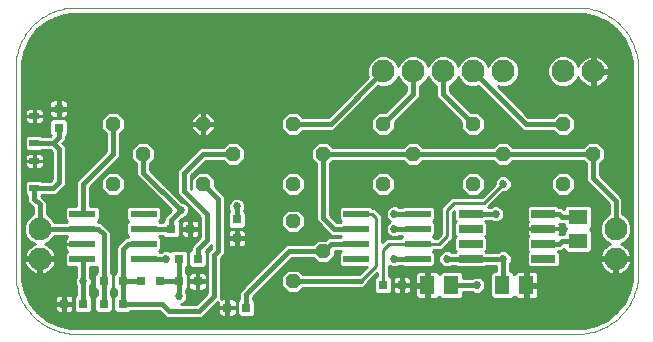
<source format=gtl>
G75*
%MOIN*%
%OFA0B0*%
%FSLAX24Y24*%
%IPPOS*%
%LPD*%
%AMOC8*
5,1,8,0,0,1.08239X$1,22.5*
%
%ADD10C,0.0000*%
%ADD11R,0.0866X0.0236*%
%ADD12R,0.0315X0.0315*%
%ADD13C,0.0760*%
%ADD14OC8,0.0480*%
%ADD15R,0.0327X0.0248*%
%ADD16R,0.0800X0.0260*%
%ADD17R,0.0630X0.0512*%
%ADD18R,0.0512X0.0630*%
%ADD19C,0.0160*%
%ADD20C,0.0100*%
%ADD21C,0.0270*%
D10*
X002150Y000150D02*
X018900Y000150D01*
X018987Y000152D01*
X019074Y000158D01*
X019161Y000167D01*
X019247Y000180D01*
X019333Y000197D01*
X019418Y000218D01*
X019501Y000243D01*
X019584Y000271D01*
X019665Y000302D01*
X019745Y000337D01*
X019823Y000376D01*
X019900Y000418D01*
X019975Y000463D01*
X020047Y000512D01*
X020118Y000563D01*
X020186Y000618D01*
X020251Y000675D01*
X020314Y000736D01*
X020375Y000799D01*
X020432Y000864D01*
X020487Y000932D01*
X020538Y001003D01*
X020587Y001075D01*
X020632Y001150D01*
X020674Y001227D01*
X020713Y001305D01*
X020748Y001385D01*
X020779Y001466D01*
X020807Y001549D01*
X020832Y001632D01*
X020853Y001717D01*
X020870Y001803D01*
X020883Y001889D01*
X020892Y001976D01*
X020898Y002063D01*
X020900Y002150D01*
X020900Y009025D01*
X020898Y009112D01*
X020892Y009199D01*
X020883Y009286D01*
X020870Y009372D01*
X020853Y009458D01*
X020832Y009543D01*
X020807Y009626D01*
X020779Y009709D01*
X020748Y009790D01*
X020713Y009870D01*
X020674Y009948D01*
X020632Y010025D01*
X020587Y010100D01*
X020538Y010172D01*
X020487Y010243D01*
X020432Y010311D01*
X020375Y010376D01*
X020314Y010439D01*
X020251Y010500D01*
X020186Y010557D01*
X020118Y010612D01*
X020047Y010663D01*
X019975Y010712D01*
X019900Y010757D01*
X019823Y010799D01*
X019745Y010838D01*
X019665Y010873D01*
X019584Y010904D01*
X019501Y010932D01*
X019418Y010957D01*
X019333Y010978D01*
X019247Y010995D01*
X019161Y011008D01*
X019074Y011017D01*
X018987Y011023D01*
X018900Y011025D01*
X002150Y011025D01*
X002063Y011023D01*
X001976Y011017D01*
X001889Y011008D01*
X001803Y010995D01*
X001717Y010978D01*
X001632Y010957D01*
X001549Y010932D01*
X001466Y010904D01*
X001385Y010873D01*
X001305Y010838D01*
X001227Y010799D01*
X001150Y010757D01*
X001075Y010712D01*
X001003Y010663D01*
X000932Y010612D01*
X000864Y010557D01*
X000799Y010500D01*
X000736Y010439D01*
X000675Y010376D01*
X000618Y010311D01*
X000563Y010243D01*
X000512Y010172D01*
X000463Y010100D01*
X000418Y010025D01*
X000376Y009948D01*
X000337Y009870D01*
X000302Y009790D01*
X000271Y009709D01*
X000243Y009626D01*
X000218Y009543D01*
X000197Y009458D01*
X000180Y009372D01*
X000167Y009286D01*
X000158Y009199D01*
X000152Y009112D01*
X000150Y009025D01*
X000150Y002150D01*
X000152Y002063D01*
X000158Y001976D01*
X000167Y001889D01*
X000180Y001803D01*
X000197Y001717D01*
X000218Y001632D01*
X000243Y001549D01*
X000271Y001466D01*
X000302Y001385D01*
X000337Y001305D01*
X000376Y001227D01*
X000418Y001150D01*
X000463Y001075D01*
X000512Y001003D01*
X000563Y000932D01*
X000618Y000864D01*
X000675Y000799D01*
X000736Y000736D01*
X000799Y000675D01*
X000864Y000618D01*
X000932Y000563D01*
X001003Y000512D01*
X001075Y000463D01*
X001150Y000418D01*
X001227Y000376D01*
X001305Y000337D01*
X001385Y000302D01*
X001466Y000271D01*
X001549Y000243D01*
X001632Y000218D01*
X001717Y000197D01*
X001803Y000180D01*
X001889Y000167D01*
X001976Y000158D01*
X002063Y000152D01*
X002150Y000150D01*
D11*
X002376Y002650D03*
X002376Y003150D03*
X002376Y003650D03*
X002376Y004150D03*
X004424Y004150D03*
X004424Y003650D03*
X004424Y003150D03*
X004424Y002650D03*
X011501Y002650D03*
X011501Y003150D03*
X011501Y003650D03*
X011501Y004150D03*
X013549Y004150D03*
X013549Y003650D03*
X013549Y003150D03*
X013549Y002650D03*
D12*
X013027Y001775D03*
X012398Y001775D03*
X007840Y001025D03*
X007210Y001025D03*
X006215Y001900D03*
X005585Y001900D03*
X004965Y001900D03*
X004335Y001900D03*
X003715Y001900D03*
X003085Y001900D03*
X003085Y001150D03*
X003715Y001150D03*
X002399Y001150D03*
X001769Y001150D03*
X005585Y002650D03*
X006215Y002650D03*
X007525Y003335D03*
X007525Y003965D03*
X005965Y003650D03*
X005335Y003650D03*
X001588Y007025D03*
X001588Y007655D03*
D13*
X000963Y003650D03*
X000963Y002650D03*
X012400Y008900D03*
X013400Y008900D03*
X014400Y008900D03*
X015400Y008900D03*
X016400Y008900D03*
X018400Y008900D03*
X019400Y008900D03*
X020150Y003650D03*
X020150Y002650D03*
D14*
X018400Y005150D03*
X019400Y006150D03*
X018400Y007150D03*
X016400Y006150D03*
X015400Y007150D03*
X013400Y006150D03*
X012400Y007150D03*
X010400Y006150D03*
X009400Y007150D03*
X007400Y006150D03*
X006400Y007150D03*
X004400Y006150D03*
X003400Y007150D03*
X003400Y005150D03*
X006400Y005150D03*
X009400Y005150D03*
X009400Y003900D03*
X010400Y002900D03*
X009400Y001900D03*
X012400Y005150D03*
X015400Y005150D03*
D15*
X000775Y005010D03*
X000775Y005915D03*
X000775Y006510D03*
X000775Y007415D03*
D16*
X015315Y004150D03*
X015315Y003650D03*
X015315Y003150D03*
X015315Y002650D03*
X017735Y002650D03*
X017735Y003150D03*
X017735Y003650D03*
X017735Y004150D03*
D17*
X018900Y004044D03*
X018900Y003256D03*
D18*
X017169Y001775D03*
X016381Y001775D03*
X014669Y001775D03*
X013881Y001775D03*
D19*
X014669Y001775D02*
X015525Y001775D01*
X016400Y001669D02*
X016400Y002650D01*
X015315Y002650D01*
X014525Y002650D01*
X013549Y002650D02*
X012775Y002650D01*
X011650Y001900D02*
X009400Y001900D01*
X009275Y002900D02*
X007840Y001465D01*
X007840Y001025D01*
X006775Y001400D02*
X006775Y002775D01*
X006900Y002900D01*
X006900Y004650D01*
X006400Y005150D01*
X005775Y004900D02*
X005775Y005525D01*
X006400Y006150D01*
X007400Y006150D01*
X009400Y007150D02*
X010650Y007150D01*
X012400Y008900D01*
X013400Y008900D02*
X013400Y008150D01*
X012400Y007150D01*
X013400Y006150D02*
X010400Y006150D01*
X010400Y004025D01*
X010775Y003650D01*
X011501Y003650D01*
X011501Y003150D02*
X010650Y003150D01*
X010400Y002900D01*
X009275Y002900D01*
X007525Y003965D02*
X007525Y004400D01*
X006525Y004150D02*
X005775Y004900D01*
X005650Y004275D02*
X004400Y005525D01*
X004400Y006150D01*
X003400Y006150D02*
X003400Y007150D01*
X003400Y006150D02*
X002400Y005150D01*
X002400Y004174D01*
X002376Y003650D02*
X000963Y003650D01*
X000963Y004463D01*
X000775Y004650D01*
X000775Y005010D01*
X001385Y005010D01*
X001588Y005213D01*
X001588Y006307D01*
X001385Y006510D01*
X001588Y006713D01*
X001588Y007025D01*
X001385Y006510D02*
X000775Y006510D01*
X005335Y003960D02*
X005650Y004275D01*
X005335Y003960D02*
X005335Y003650D01*
X004424Y003650D01*
X004424Y003150D02*
X003900Y003150D01*
X003715Y002965D01*
X003715Y001900D01*
X004335Y001900D01*
X003715Y001900D02*
X003715Y001150D01*
X005025Y001150D01*
X005275Y000900D01*
X006275Y000900D01*
X006775Y001400D01*
X005585Y001400D02*
X005585Y001900D01*
X005585Y002650D01*
X005150Y002650D02*
X004424Y002650D01*
X004965Y001900D02*
X005585Y001900D01*
X006215Y002650D02*
X006215Y002965D01*
X006525Y003275D01*
X006525Y004150D01*
X003085Y003465D02*
X002900Y003650D01*
X002376Y003650D01*
X003085Y003465D02*
X003085Y001900D01*
X003085Y001150D01*
X002400Y001151D02*
X002400Y001900D01*
X002400Y002650D01*
X012775Y003650D02*
X013549Y003650D01*
X013549Y004150D02*
X012775Y004150D01*
X015315Y004150D02*
X016150Y004150D01*
X017735Y004150D02*
X018275Y004150D01*
X018381Y004044D01*
X018900Y004044D01*
X020150Y003650D02*
X020150Y004588D01*
X019400Y005338D01*
X019400Y006150D01*
X016400Y006150D01*
X013400Y006150D01*
X014400Y008150D02*
X015400Y007150D01*
X017150Y007150D02*
X015400Y008900D01*
X014400Y008900D02*
X014400Y008150D01*
X017150Y007150D02*
X018400Y007150D01*
X018381Y003256D02*
X018275Y003150D01*
X017735Y003150D01*
X018381Y003256D02*
X018900Y003256D01*
D20*
X001192Y000626D02*
X000877Y000877D01*
X000626Y001192D01*
X000451Y001555D01*
X000361Y001948D01*
X000350Y002150D01*
X000350Y009025D01*
X000361Y009227D01*
X000451Y009620D01*
X000626Y009983D01*
X000877Y010298D01*
X001192Y010549D01*
X001555Y010724D01*
X001948Y010814D01*
X002150Y010825D01*
X018900Y010825D01*
X019102Y010814D01*
X019495Y010724D01*
X019858Y010549D01*
X020173Y010298D01*
X020424Y009983D01*
X020599Y009620D01*
X020689Y009227D01*
X020700Y009025D01*
X020700Y002150D01*
X020689Y001948D01*
X020599Y001555D01*
X020424Y001192D01*
X020173Y000877D01*
X019858Y000626D01*
X019495Y000451D01*
X019102Y000361D01*
X018900Y000350D01*
X002150Y000350D01*
X001948Y000361D01*
X001555Y000451D01*
X001192Y000626D01*
X001200Y000622D02*
X019850Y000622D01*
X019976Y000721D02*
X008063Y000721D01*
X008060Y000718D02*
X008147Y000805D01*
X008147Y001245D01*
X008070Y001322D01*
X008070Y001370D01*
X009370Y002670D01*
X010078Y002670D01*
X010238Y002510D01*
X010562Y002510D01*
X010790Y002738D01*
X010790Y002920D01*
X010968Y002920D01*
X010988Y002900D01*
X010918Y002830D01*
X010918Y002470D01*
X011006Y002382D01*
X011849Y002382D01*
X011597Y002130D01*
X009722Y002130D01*
X009562Y002290D01*
X009238Y002290D01*
X009010Y002062D01*
X009010Y001738D01*
X009238Y001510D01*
X009562Y001510D01*
X009722Y001670D01*
X011745Y001670D01*
X011880Y001805D01*
X011880Y001847D01*
X012198Y002165D01*
X012198Y002082D01*
X012178Y002082D01*
X012090Y001995D01*
X012090Y001555D01*
X012178Y001468D01*
X012617Y001468D01*
X012705Y001555D01*
X012705Y001995D01*
X012617Y002082D01*
X012598Y002082D01*
X012598Y002424D01*
X012614Y002408D01*
X012718Y002365D01*
X012832Y002365D01*
X012936Y002408D01*
X012948Y002420D01*
X013015Y002420D01*
X013053Y002382D01*
X014044Y002382D01*
X014132Y002470D01*
X014132Y002830D01*
X014062Y002900D01*
X014112Y002950D01*
X014358Y002950D01*
X014608Y003200D01*
X014725Y003317D01*
X014725Y004192D01*
X014765Y004232D01*
X014765Y003958D01*
X014823Y003900D01*
X014765Y003842D01*
X014765Y003458D01*
X014823Y003400D01*
X014765Y003342D01*
X014765Y002958D01*
X014823Y002900D01*
X014803Y002880D01*
X014698Y002880D01*
X014686Y002892D01*
X014582Y002935D01*
X014468Y002935D01*
X014364Y002892D01*
X014283Y002811D01*
X014240Y002707D01*
X014240Y002593D01*
X014283Y002489D01*
X014364Y002408D01*
X014468Y002365D01*
X014582Y002365D01*
X014686Y002408D01*
X014698Y002420D01*
X014803Y002420D01*
X014853Y002370D01*
X015777Y002370D01*
X015827Y002420D01*
X016170Y002420D01*
X016170Y002240D01*
X016063Y002240D01*
X015975Y002152D01*
X015975Y001398D01*
X016063Y001310D01*
X016699Y001310D01*
X016780Y001390D01*
X016793Y001368D01*
X016821Y001340D01*
X016855Y001320D01*
X016893Y001310D01*
X017119Y001310D01*
X017119Y001725D01*
X017219Y001725D01*
X017219Y001825D01*
X017575Y001825D01*
X017575Y002110D01*
X017564Y002148D01*
X017545Y002182D01*
X017517Y002210D01*
X017483Y002230D01*
X017444Y002240D01*
X017219Y002240D01*
X017219Y001825D01*
X017119Y001825D01*
X017119Y002240D01*
X016893Y002240D01*
X016855Y002230D01*
X016821Y002210D01*
X016793Y002182D01*
X016780Y002160D01*
X016699Y002240D01*
X016630Y002240D01*
X016630Y002477D01*
X016642Y002489D01*
X016685Y002593D01*
X016685Y002707D01*
X016642Y002811D01*
X016561Y002892D01*
X016457Y002935D01*
X016343Y002935D01*
X016239Y002892D01*
X016227Y002880D01*
X015827Y002880D01*
X015807Y002900D01*
X015865Y002958D01*
X015865Y003342D01*
X015807Y003400D01*
X015865Y003458D01*
X015865Y003842D01*
X015807Y003900D01*
X015827Y003920D01*
X015977Y003920D01*
X015989Y003908D01*
X016093Y003865D01*
X016207Y003865D01*
X016311Y003908D01*
X016392Y003989D01*
X016435Y004093D01*
X016435Y004207D01*
X016392Y004311D01*
X016311Y004392D01*
X016207Y004435D01*
X016093Y004435D01*
X015989Y004392D01*
X015977Y004380D01*
X015913Y004380D01*
X016398Y004865D01*
X016457Y004865D01*
X016561Y004908D01*
X016642Y004989D01*
X016685Y005093D01*
X016685Y005207D01*
X016642Y005311D01*
X016561Y005392D01*
X016457Y005435D01*
X016343Y005435D01*
X016239Y005392D01*
X016158Y005311D01*
X016115Y005207D01*
X016115Y005148D01*
X015692Y004725D01*
X014692Y004725D01*
X014575Y004608D01*
X014325Y004358D01*
X014325Y003483D01*
X014192Y003350D01*
X014112Y003350D01*
X014062Y003400D01*
X014132Y003470D01*
X014132Y003830D01*
X014062Y003900D01*
X014132Y003970D01*
X014132Y004330D01*
X014044Y004418D01*
X013053Y004418D01*
X013015Y004380D01*
X012948Y004380D01*
X012936Y004392D01*
X012832Y004435D01*
X012718Y004435D01*
X012614Y004392D01*
X012533Y004311D01*
X012490Y004207D01*
X012490Y004093D01*
X012533Y003989D01*
X012614Y003908D01*
X012634Y003900D01*
X012614Y003892D01*
X012533Y003811D01*
X012490Y003707D01*
X012490Y003593D01*
X012533Y003489D01*
X012614Y003408D01*
X012718Y003365D01*
X012832Y003365D01*
X012936Y003408D01*
X012948Y003420D01*
X013015Y003420D01*
X013035Y003400D01*
X012985Y003350D01*
X012505Y003350D01*
X012388Y003233D01*
X012350Y003195D01*
X012350Y004108D01*
X012225Y004233D01*
X012108Y004350D01*
X012065Y004350D01*
X011997Y004418D01*
X011006Y004418D01*
X010918Y004330D01*
X010918Y003970D01*
X010988Y003900D01*
X010968Y003880D01*
X010870Y003880D01*
X010630Y004120D01*
X010630Y005828D01*
X010722Y005920D01*
X013078Y005920D01*
X013238Y005760D01*
X013562Y005760D01*
X013722Y005920D01*
X016078Y005920D01*
X016238Y005760D01*
X016562Y005760D01*
X016722Y005920D01*
X019078Y005920D01*
X019170Y005828D01*
X019170Y005242D01*
X019305Y005108D01*
X019920Y004492D01*
X019920Y004128D01*
X019850Y004099D01*
X019701Y003950D01*
X019620Y003755D01*
X019620Y003545D01*
X019701Y003350D01*
X019850Y003201D01*
X019973Y003150D01*
X019947Y003141D01*
X019872Y003103D01*
X019805Y003054D01*
X019746Y002995D01*
X019697Y002928D01*
X019659Y002853D01*
X019633Y002774D01*
X019621Y002700D01*
X020100Y002700D01*
X020100Y002600D01*
X020200Y002600D01*
X020200Y002700D01*
X020679Y002700D01*
X020667Y002774D01*
X020641Y002853D01*
X020603Y002928D01*
X020554Y002995D01*
X020495Y003054D01*
X020428Y003103D01*
X020353Y003141D01*
X020327Y003150D01*
X020450Y003201D01*
X020599Y003350D01*
X020680Y003545D01*
X020680Y003755D01*
X020599Y003950D01*
X020450Y004099D01*
X020380Y004128D01*
X020380Y004683D01*
X019630Y005433D01*
X019630Y005828D01*
X019790Y005988D01*
X019790Y006312D01*
X019562Y006540D01*
X019238Y006540D01*
X019078Y006380D01*
X016722Y006380D01*
X016562Y006540D01*
X016238Y006540D01*
X016078Y006380D01*
X013722Y006380D01*
X013562Y006540D01*
X013238Y006540D01*
X013078Y006380D01*
X010722Y006380D01*
X010562Y006540D01*
X010238Y006540D01*
X010010Y006312D01*
X010010Y005988D01*
X010170Y005828D01*
X010170Y003930D01*
X010305Y003795D01*
X010680Y003420D01*
X010968Y003420D01*
X010988Y003400D01*
X010968Y003380D01*
X010555Y003380D01*
X010465Y003290D01*
X010238Y003290D01*
X010078Y003130D01*
X009180Y003130D01*
X009045Y002995D01*
X007610Y001560D01*
X007610Y001322D01*
X007532Y001245D01*
X007532Y000805D01*
X007620Y000718D01*
X008060Y000718D01*
X008147Y000819D02*
X020100Y000819D01*
X020205Y000918D02*
X008147Y000918D01*
X008147Y001016D02*
X020284Y001016D01*
X020362Y001115D02*
X008147Y001115D01*
X008147Y001213D02*
X020434Y001213D01*
X020482Y001312D02*
X017450Y001312D01*
X017444Y001310D02*
X017483Y001320D01*
X017517Y001340D01*
X017545Y001368D01*
X017564Y001402D01*
X017575Y001440D01*
X017575Y001725D01*
X017219Y001725D01*
X017219Y001310D01*
X017444Y001310D01*
X017566Y001410D02*
X020529Y001410D01*
X020576Y001509D02*
X017575Y001509D01*
X017575Y001607D02*
X020611Y001607D01*
X020633Y001706D02*
X017575Y001706D01*
X017575Y001903D02*
X020678Y001903D01*
X020692Y002001D02*
X017575Y002001D01*
X017575Y002100D02*
X020697Y002100D01*
X020700Y002198D02*
X020430Y002198D01*
X020428Y002197D02*
X020495Y002246D01*
X020554Y002305D01*
X020603Y002372D01*
X020641Y002447D01*
X020667Y002526D01*
X020679Y002600D01*
X020200Y002600D01*
X020200Y002121D01*
X020274Y002133D01*
X020353Y002159D01*
X020428Y002197D01*
X020546Y002297D02*
X020700Y002297D01*
X020700Y002395D02*
X020615Y002395D01*
X020656Y002494D02*
X020700Y002494D01*
X020700Y002592D02*
X020677Y002592D01*
X020700Y002691D02*
X020200Y002691D01*
X020200Y002592D02*
X020100Y002592D01*
X020100Y002600D02*
X020100Y002121D01*
X020026Y002133D01*
X019947Y002159D01*
X019872Y002197D01*
X019805Y002246D01*
X019746Y002305D01*
X019697Y002372D01*
X019659Y002447D01*
X019633Y002526D01*
X019621Y002600D01*
X020100Y002600D01*
X020100Y002691D02*
X018285Y002691D01*
X018285Y002789D02*
X019638Y002789D01*
X019676Y002888D02*
X019314Y002888D01*
X019277Y002850D02*
X019365Y002938D01*
X019365Y003574D01*
X019289Y003650D01*
X019365Y003726D01*
X019365Y004362D01*
X019277Y004450D01*
X018523Y004450D01*
X018435Y004362D01*
X018435Y004315D01*
X018370Y004380D01*
X018247Y004380D01*
X018197Y004430D01*
X017273Y004430D01*
X017185Y004342D01*
X017185Y003958D01*
X017243Y003900D01*
X017215Y003872D01*
X017195Y003838D01*
X017185Y003800D01*
X017185Y003665D01*
X017720Y003665D01*
X017720Y003635D01*
X017185Y003635D01*
X017185Y003500D01*
X017195Y003462D01*
X017215Y003428D01*
X017243Y003400D01*
X017185Y003342D01*
X017185Y002958D01*
X017243Y002900D01*
X017185Y002842D01*
X017185Y002458D01*
X017273Y002370D01*
X018197Y002370D01*
X018285Y002458D01*
X018285Y002842D01*
X018227Y002900D01*
X018247Y002920D01*
X018370Y002920D01*
X018435Y002985D01*
X018435Y002938D01*
X018523Y002850D01*
X019277Y002850D01*
X019365Y002986D02*
X019739Y002986D01*
X019846Y003085D02*
X019365Y003085D01*
X019365Y003183D02*
X019892Y003183D01*
X019769Y003282D02*
X019365Y003282D01*
X019365Y003380D02*
X019688Y003380D01*
X019647Y003479D02*
X019365Y003479D01*
X019362Y003577D02*
X019620Y003577D01*
X019620Y003676D02*
X019315Y003676D01*
X019365Y003774D02*
X019628Y003774D01*
X019669Y003873D02*
X019365Y003873D01*
X019365Y003971D02*
X019722Y003971D01*
X019820Y004070D02*
X019365Y004070D01*
X019365Y004168D02*
X019920Y004168D01*
X019920Y004267D02*
X019365Y004267D01*
X019362Y004365D02*
X019920Y004365D01*
X019920Y004464D02*
X015996Y004464D01*
X016095Y004562D02*
X019850Y004562D01*
X019752Y004661D02*
X016193Y004661D01*
X016292Y004759D02*
X019653Y004759D01*
X019555Y004858D02*
X018659Y004858D01*
X018562Y004760D02*
X018790Y004988D01*
X018790Y005312D01*
X018562Y005540D01*
X018238Y005540D01*
X018010Y005312D01*
X018010Y004988D01*
X018238Y004760D01*
X018562Y004760D01*
X018758Y004956D02*
X019456Y004956D01*
X019358Y005055D02*
X018790Y005055D01*
X018790Y005153D02*
X019259Y005153D01*
X019170Y005252D02*
X018790Y005252D01*
X018751Y005350D02*
X019170Y005350D01*
X019170Y005449D02*
X018653Y005449D01*
X018147Y005449D02*
X015653Y005449D01*
X015562Y005540D02*
X015238Y005540D01*
X015010Y005312D01*
X015010Y004988D01*
X015238Y004760D01*
X015562Y004760D01*
X015790Y004988D01*
X015790Y005312D01*
X015562Y005540D01*
X015751Y005350D02*
X016197Y005350D01*
X016134Y005252D02*
X015790Y005252D01*
X015790Y005153D02*
X016115Y005153D01*
X016022Y005055D02*
X015790Y005055D01*
X015758Y004956D02*
X015923Y004956D01*
X015825Y004858D02*
X015659Y004858D01*
X015726Y004759D02*
X010630Y004759D01*
X010630Y004661D02*
X014628Y004661D01*
X014529Y004562D02*
X010630Y004562D01*
X010630Y004464D02*
X014431Y004464D01*
X014332Y004365D02*
X014097Y004365D01*
X014132Y004267D02*
X014325Y004267D01*
X014325Y004168D02*
X014132Y004168D01*
X014132Y004070D02*
X014325Y004070D01*
X014325Y003971D02*
X014132Y003971D01*
X014089Y003873D02*
X014325Y003873D01*
X014325Y003774D02*
X014132Y003774D01*
X014132Y003676D02*
X014325Y003676D01*
X014325Y003577D02*
X014132Y003577D01*
X014132Y003479D02*
X014321Y003479D01*
X014222Y003380D02*
X014082Y003380D01*
X014275Y003150D02*
X013549Y003150D01*
X012588Y003150D01*
X012398Y002960D01*
X012398Y001775D01*
X012090Y001804D02*
X011879Y001804D01*
X011935Y001903D02*
X012090Y001903D01*
X012096Y002001D02*
X012034Y002001D01*
X012132Y002100D02*
X012198Y002100D01*
X012150Y002400D02*
X011650Y001900D01*
X011781Y001706D02*
X012090Y001706D01*
X012090Y001607D02*
X009659Y001607D01*
X009141Y001607D02*
X008307Y001607D01*
X008209Y001509D02*
X012137Y001509D01*
X012658Y001509D02*
X012767Y001509D01*
X012778Y001497D02*
X012812Y001478D01*
X012850Y001468D01*
X012999Y001468D01*
X012999Y001746D01*
X013056Y001746D01*
X013056Y001468D01*
X013205Y001468D01*
X013243Y001478D01*
X013277Y001497D01*
X013305Y001525D01*
X013325Y001560D01*
X013335Y001598D01*
X013335Y001746D01*
X013056Y001746D01*
X013056Y001804D01*
X012999Y001804D01*
X012999Y002082D01*
X012850Y002082D01*
X012812Y002072D01*
X012778Y002053D01*
X012750Y002025D01*
X012730Y001990D01*
X012720Y001952D01*
X012720Y001804D01*
X012705Y001804D01*
X012720Y001804D02*
X012999Y001804D01*
X013056Y001804D01*
X013056Y002082D01*
X013205Y002082D01*
X013243Y002072D01*
X013277Y002053D01*
X013305Y002025D01*
X013325Y001990D01*
X013335Y001952D01*
X013335Y001804D01*
X013831Y001804D01*
X013831Y001825D02*
X013831Y001725D01*
X013475Y001725D01*
X013475Y001440D01*
X013486Y001402D01*
X013505Y001368D01*
X013533Y001340D01*
X013567Y001320D01*
X013606Y001310D01*
X013831Y001310D01*
X013831Y001725D01*
X013931Y001725D01*
X013931Y001310D01*
X014157Y001310D01*
X014195Y001320D01*
X014229Y001340D01*
X014257Y001368D01*
X014270Y001390D01*
X014351Y001310D01*
X014987Y001310D01*
X015075Y001398D01*
X015075Y001545D01*
X015352Y001545D01*
X015364Y001533D01*
X015468Y001490D01*
X015582Y001490D01*
X015686Y001533D01*
X015767Y001614D01*
X015810Y001718D01*
X015810Y001832D01*
X015767Y001936D01*
X015686Y002017D01*
X015582Y002060D01*
X015468Y002060D01*
X015364Y002017D01*
X015352Y002005D01*
X015075Y002005D01*
X015075Y002152D01*
X014987Y002240D01*
X014351Y002240D01*
X014270Y002160D01*
X014257Y002182D01*
X014229Y002210D01*
X014195Y002230D01*
X014157Y002240D01*
X013931Y002240D01*
X013931Y001825D01*
X013831Y001825D01*
X013475Y001825D01*
X013475Y002110D01*
X013486Y002148D01*
X013505Y002182D01*
X013533Y002210D01*
X013567Y002230D01*
X013606Y002240D01*
X013831Y002240D01*
X013831Y001825D01*
X013831Y001903D02*
X013931Y001903D01*
X013931Y002001D02*
X013831Y002001D01*
X013831Y002100D02*
X013931Y002100D01*
X013931Y002198D02*
X013831Y002198D01*
X013521Y002198D02*
X012598Y002198D01*
X012598Y002100D02*
X013475Y002100D01*
X013475Y002001D02*
X013319Y002001D01*
X013335Y001903D02*
X013475Y001903D01*
X013335Y001804D02*
X013056Y001804D01*
X012999Y001804D02*
X012999Y001746D01*
X012720Y001746D01*
X012720Y001598D01*
X012730Y001560D01*
X012750Y001525D01*
X012778Y001497D01*
X012720Y001607D02*
X012705Y001607D01*
X012705Y001706D02*
X012720Y001706D01*
X012999Y001706D02*
X013056Y001706D01*
X013056Y001607D02*
X012999Y001607D01*
X012999Y001509D02*
X013056Y001509D01*
X013288Y001509D02*
X013475Y001509D01*
X013475Y001607D02*
X013335Y001607D01*
X013335Y001706D02*
X013475Y001706D01*
X013831Y001706D02*
X013931Y001706D01*
X013931Y001607D02*
X013831Y001607D01*
X013831Y001509D02*
X013931Y001509D01*
X013931Y001410D02*
X013831Y001410D01*
X013831Y001312D02*
X013931Y001312D01*
X014163Y001312D02*
X014349Y001312D01*
X014988Y001312D02*
X016062Y001312D01*
X015975Y001410D02*
X015075Y001410D01*
X015075Y001509D02*
X015424Y001509D01*
X015626Y001509D02*
X015975Y001509D01*
X015975Y001607D02*
X015760Y001607D01*
X015805Y001706D02*
X015975Y001706D01*
X015975Y001804D02*
X015810Y001804D01*
X015781Y001903D02*
X015975Y001903D01*
X015975Y002001D02*
X015702Y002001D01*
X015975Y002100D02*
X015075Y002100D01*
X015029Y002198D02*
X016021Y002198D01*
X016170Y002297D02*
X012598Y002297D01*
X012598Y002395D02*
X012646Y002395D01*
X012904Y002395D02*
X013040Y002395D01*
X013056Y002001D02*
X012999Y002001D01*
X012999Y001903D02*
X013056Y001903D01*
X012736Y002001D02*
X012699Y002001D01*
X012705Y001903D02*
X012720Y001903D01*
X012150Y002400D02*
X012150Y004025D01*
X012025Y004150D01*
X011501Y004150D01*
X010953Y004365D02*
X010630Y004365D01*
X010630Y004267D02*
X010918Y004267D01*
X010918Y004168D02*
X010630Y004168D01*
X010681Y004070D02*
X010918Y004070D01*
X010918Y003971D02*
X010779Y003971D01*
X010326Y003774D02*
X009790Y003774D01*
X009790Y003738D02*
X009562Y003510D01*
X009238Y003510D01*
X009010Y003738D01*
X009010Y004062D01*
X009238Y004290D01*
X009562Y004290D01*
X009790Y004062D01*
X009790Y003738D01*
X009727Y003676D02*
X010424Y003676D01*
X010523Y003577D02*
X009629Y003577D01*
X009790Y003873D02*
X010227Y003873D01*
X010170Y003971D02*
X009790Y003971D01*
X009782Y004070D02*
X010170Y004070D01*
X010170Y004168D02*
X009683Y004168D01*
X009585Y004267D02*
X010170Y004267D01*
X010170Y004365D02*
X007810Y004365D01*
X007810Y004343D02*
X007810Y004457D01*
X007767Y004561D01*
X007686Y004642D01*
X007582Y004685D01*
X007468Y004685D01*
X007364Y004642D01*
X007283Y004561D01*
X007240Y004457D01*
X007240Y004343D01*
X007280Y004247D01*
X007218Y004185D01*
X007218Y003745D01*
X007305Y003657D01*
X007745Y003657D01*
X007832Y003745D01*
X007832Y004185D01*
X007770Y004247D01*
X007810Y004343D01*
X007778Y004267D02*
X009215Y004267D01*
X009117Y004168D02*
X007832Y004168D01*
X007832Y004070D02*
X009018Y004070D01*
X009010Y003971D02*
X007832Y003971D01*
X007832Y003873D02*
X009010Y003873D01*
X009010Y003774D02*
X007832Y003774D01*
X007763Y003676D02*
X009073Y003676D01*
X009171Y003577D02*
X007807Y003577D01*
X007803Y003585D02*
X007775Y003613D01*
X007740Y003632D01*
X007702Y003643D01*
X007554Y003643D01*
X007554Y003364D01*
X007496Y003364D01*
X007496Y003643D01*
X007348Y003643D01*
X007310Y003632D01*
X007275Y003613D01*
X007247Y003585D01*
X007228Y003550D01*
X007218Y003512D01*
X007218Y003364D01*
X007496Y003364D01*
X007496Y003306D01*
X007554Y003306D01*
X007554Y003364D01*
X007832Y003364D01*
X007832Y003512D01*
X007822Y003550D01*
X007803Y003585D01*
X007832Y003479D02*
X010621Y003479D01*
X010968Y003380D02*
X007832Y003380D01*
X007832Y003306D02*
X007554Y003306D01*
X007554Y003028D01*
X007702Y003028D01*
X007740Y003038D01*
X007775Y003058D01*
X007803Y003085D01*
X007822Y003120D01*
X007832Y003158D01*
X007832Y003306D01*
X007832Y003282D02*
X010230Y003282D01*
X010132Y003183D02*
X007832Y003183D01*
X007802Y003085D02*
X009134Y003085D01*
X009036Y002986D02*
X007130Y002986D01*
X007130Y002888D02*
X008937Y002888D01*
X008839Y002789D02*
X007114Y002789D01*
X007130Y002805D02*
X007005Y002680D01*
X007005Y001325D01*
X007033Y001332D01*
X007181Y001332D01*
X007181Y001054D01*
X007239Y001054D01*
X007239Y001332D01*
X007387Y001332D01*
X007425Y001322D01*
X007460Y001303D01*
X007488Y001275D01*
X007507Y001240D01*
X007518Y001202D01*
X007518Y001054D01*
X007239Y001054D01*
X007239Y000996D01*
X007518Y000996D01*
X007518Y000848D01*
X007507Y000810D01*
X007488Y000775D01*
X007460Y000747D01*
X007425Y000728D01*
X007387Y000718D01*
X007239Y000718D01*
X007239Y000996D01*
X007181Y000996D01*
X007181Y000718D01*
X007033Y000718D01*
X006995Y000728D01*
X006960Y000747D01*
X006933Y000775D01*
X006913Y000810D01*
X006903Y000848D01*
X006903Y000996D01*
X007181Y000996D01*
X007181Y001054D01*
X006903Y001054D01*
X006903Y001202D01*
X006903Y001202D01*
X006870Y001170D01*
X006370Y000670D01*
X005180Y000670D01*
X004930Y000920D01*
X004012Y000920D01*
X003935Y000843D01*
X003495Y000843D01*
X003407Y000930D01*
X003407Y001370D01*
X003485Y001447D01*
X003485Y001603D01*
X003407Y001680D01*
X003407Y002120D01*
X003485Y002197D01*
X003485Y003060D01*
X003805Y003380D01*
X003890Y003380D01*
X003910Y003400D01*
X003841Y003470D01*
X003841Y003830D01*
X003910Y003900D01*
X003841Y003970D01*
X003841Y004330D01*
X003928Y004418D01*
X004919Y004418D01*
X005007Y004330D01*
X005007Y003970D01*
X004937Y003900D01*
X004957Y003880D01*
X005038Y003880D01*
X005105Y003947D01*
X005105Y004055D01*
X005325Y004275D01*
X004170Y005430D01*
X004170Y005828D01*
X004010Y005988D01*
X004010Y006312D01*
X004238Y006540D01*
X004562Y006540D01*
X004790Y006312D01*
X004790Y005988D01*
X004630Y005828D01*
X004630Y005620D01*
X005690Y004560D01*
X005707Y004560D01*
X005811Y004517D01*
X005892Y004436D01*
X005935Y004332D01*
X005935Y004218D01*
X005892Y004114D01*
X005811Y004033D01*
X005707Y003990D01*
X005690Y003990D01*
X005606Y003906D01*
X005643Y003870D01*
X005643Y003430D01*
X005555Y003343D01*
X005115Y003343D01*
X005038Y003420D01*
X004957Y003420D01*
X004937Y003400D01*
X005007Y003330D01*
X005007Y002970D01*
X004937Y002900D01*
X004957Y002880D01*
X004977Y002880D01*
X004989Y002892D01*
X005093Y002935D01*
X005207Y002935D01*
X005303Y002895D01*
X005365Y002957D01*
X005805Y002957D01*
X005893Y002870D01*
X005893Y002430D01*
X005815Y002353D01*
X005815Y002197D01*
X005893Y002120D01*
X005893Y001680D01*
X005815Y001603D01*
X005815Y001573D01*
X005827Y001561D01*
X005870Y001457D01*
X005870Y001343D01*
X005827Y001239D01*
X005746Y001158D01*
X005678Y001130D01*
X006180Y001130D01*
X006545Y001495D01*
X006545Y002870D01*
X006670Y002995D01*
X006670Y003095D01*
X006620Y003045D01*
X006484Y002908D01*
X006522Y002870D01*
X006522Y002430D01*
X006435Y002343D01*
X005995Y002343D01*
X005907Y002430D01*
X005907Y002870D01*
X005985Y002947D01*
X005985Y003060D01*
X006295Y003370D01*
X006295Y004055D01*
X005680Y004670D01*
X005545Y004805D01*
X005545Y005620D01*
X006170Y006245D01*
X006305Y006380D01*
X007078Y006380D01*
X007238Y006540D01*
X007562Y006540D01*
X007790Y006312D01*
X007790Y005988D01*
X007562Y005760D01*
X007238Y005760D01*
X007078Y005920D01*
X006495Y005920D01*
X006005Y005430D01*
X006005Y004995D01*
X006010Y004990D01*
X006010Y005312D01*
X006238Y005540D01*
X006562Y005540D01*
X006790Y005312D01*
X006790Y005085D01*
X007130Y004745D01*
X007130Y002805D01*
X007016Y002691D02*
X008740Y002691D01*
X008642Y002592D02*
X007005Y002592D01*
X007005Y002494D02*
X008543Y002494D01*
X008445Y002395D02*
X007005Y002395D01*
X007005Y002297D02*
X008346Y002297D01*
X008248Y002198D02*
X007005Y002198D01*
X007005Y002100D02*
X008149Y002100D01*
X008051Y002001D02*
X007005Y002001D01*
X007005Y001903D02*
X007952Y001903D01*
X007854Y001804D02*
X007005Y001804D01*
X007005Y001706D02*
X007755Y001706D01*
X007657Y001607D02*
X007005Y001607D01*
X007005Y001509D02*
X007610Y001509D01*
X007610Y001410D02*
X007005Y001410D01*
X007181Y001312D02*
X007239Y001312D01*
X007239Y001213D02*
X007181Y001213D01*
X007181Y001115D02*
X007239Y001115D01*
X007239Y001016D02*
X007532Y001016D01*
X007518Y000918D02*
X007532Y000918D01*
X007532Y000819D02*
X007510Y000819D01*
X007617Y000721D02*
X007399Y000721D01*
X007239Y000721D02*
X007181Y000721D01*
X007181Y000819D02*
X007239Y000819D01*
X007239Y000918D02*
X007181Y000918D01*
X007181Y001016D02*
X006716Y001016D01*
X006618Y000918D02*
X006903Y000918D01*
X006910Y000819D02*
X006519Y000819D01*
X006421Y000721D02*
X007022Y000721D01*
X006903Y001115D02*
X006815Y001115D01*
X006361Y001312D02*
X005857Y001312D01*
X005870Y001410D02*
X006460Y001410D01*
X006545Y001509D02*
X005849Y001509D01*
X005819Y001607D02*
X005992Y001607D01*
X006000Y001603D02*
X006038Y001593D01*
X006186Y001593D01*
X006186Y001871D01*
X006244Y001871D01*
X006244Y001929D01*
X006522Y001929D01*
X006522Y002077D01*
X006512Y002115D01*
X006492Y002150D01*
X006465Y002178D01*
X006430Y002197D01*
X006392Y002207D01*
X006244Y002207D01*
X006244Y001929D01*
X006186Y001929D01*
X006186Y002207D01*
X006038Y002207D01*
X006000Y002197D01*
X005965Y002178D01*
X005937Y002150D01*
X005918Y002115D01*
X005907Y002077D01*
X005907Y001929D01*
X006186Y001929D01*
X006186Y001871D01*
X005907Y001871D01*
X005907Y001723D01*
X005918Y001685D01*
X005937Y001650D01*
X005965Y001622D01*
X006000Y001603D01*
X005912Y001706D02*
X005893Y001706D01*
X005893Y001804D02*
X005907Y001804D01*
X005893Y001903D02*
X006186Y001903D01*
X006244Y001903D02*
X006545Y001903D01*
X006522Y001871D02*
X006244Y001871D01*
X006244Y001593D01*
X006392Y001593D01*
X006430Y001603D01*
X006465Y001622D01*
X006492Y001650D01*
X006512Y001685D01*
X006522Y001723D01*
X006522Y001871D01*
X006522Y001804D02*
X006545Y001804D01*
X006545Y001706D02*
X006518Y001706D01*
X006545Y001607D02*
X006438Y001607D01*
X006244Y001607D02*
X006186Y001607D01*
X006186Y001706D02*
X006244Y001706D01*
X006244Y001804D02*
X006186Y001804D01*
X006186Y002001D02*
X006244Y002001D01*
X006244Y002100D02*
X006186Y002100D01*
X006186Y002198D02*
X006244Y002198D01*
X006427Y002198D02*
X006545Y002198D01*
X006545Y002100D02*
X006516Y002100D01*
X006522Y002001D02*
X006545Y002001D01*
X006545Y002297D02*
X005815Y002297D01*
X005815Y002198D02*
X006003Y002198D01*
X005913Y002100D02*
X005893Y002100D01*
X005893Y002001D02*
X005907Y002001D01*
X005943Y002395D02*
X005857Y002395D01*
X005893Y002494D02*
X005907Y002494D01*
X005893Y002592D02*
X005907Y002592D01*
X005893Y002691D02*
X005907Y002691D01*
X005893Y002789D02*
X005907Y002789D01*
X005925Y002888D02*
X005875Y002888D01*
X005985Y002986D02*
X005007Y002986D01*
X005007Y003085D02*
X006009Y003085D01*
X006108Y003183D02*
X005007Y003183D01*
X005007Y003282D02*
X006206Y003282D01*
X006180Y003353D02*
X006142Y003343D01*
X005994Y003343D01*
X005994Y003621D01*
X005994Y003679D01*
X005936Y003679D01*
X005936Y003957D01*
X005788Y003957D01*
X005750Y003947D01*
X005715Y003928D01*
X005687Y003900D01*
X005668Y003865D01*
X005657Y003827D01*
X005657Y003679D01*
X005936Y003679D01*
X005936Y003621D01*
X005657Y003621D01*
X005657Y003473D01*
X005668Y003435D01*
X005687Y003400D01*
X005715Y003372D01*
X005750Y003353D01*
X005788Y003343D01*
X005936Y003343D01*
X005936Y003621D01*
X005994Y003621D01*
X006272Y003621D01*
X006272Y003473D01*
X006262Y003435D01*
X006242Y003400D01*
X006215Y003372D01*
X006180Y003353D01*
X006222Y003380D02*
X006295Y003380D01*
X006295Y003479D02*
X006272Y003479D01*
X006272Y003577D02*
X006295Y003577D01*
X006295Y003676D02*
X005994Y003676D01*
X005994Y003679D02*
X006272Y003679D01*
X006272Y003827D01*
X006262Y003865D01*
X006242Y003900D01*
X006215Y003928D01*
X006180Y003947D01*
X006142Y003957D01*
X005994Y003957D01*
X005994Y003679D01*
X005936Y003676D02*
X005643Y003676D01*
X005643Y003774D02*
X005657Y003774D01*
X005640Y003873D02*
X005672Y003873D01*
X005671Y003971D02*
X006295Y003971D01*
X006295Y003873D02*
X006258Y003873D01*
X006272Y003774D02*
X006295Y003774D01*
X005994Y003774D02*
X005936Y003774D01*
X005936Y003873D02*
X005994Y003873D01*
X005848Y004070D02*
X006280Y004070D01*
X006182Y004168D02*
X005914Y004168D01*
X005935Y004267D02*
X006083Y004267D01*
X005985Y004365D02*
X005921Y004365D01*
X005886Y004464D02*
X005865Y004464D01*
X005788Y004562D02*
X005688Y004562D01*
X005689Y004661D02*
X005590Y004661D01*
X005591Y004759D02*
X005491Y004759D01*
X005545Y004858D02*
X005393Y004858D01*
X005294Y004956D02*
X005545Y004956D01*
X005545Y005055D02*
X005196Y005055D01*
X005097Y005153D02*
X005545Y005153D01*
X005545Y005252D02*
X004999Y005252D01*
X004900Y005350D02*
X005545Y005350D01*
X005545Y005449D02*
X004802Y005449D01*
X004703Y005547D02*
X005545Y005547D01*
X005570Y005646D02*
X004630Y005646D01*
X004630Y005744D02*
X005669Y005744D01*
X005767Y005843D02*
X004644Y005843D01*
X004743Y005941D02*
X005866Y005941D01*
X005964Y006040D02*
X004790Y006040D01*
X004790Y006138D02*
X006063Y006138D01*
X006161Y006237D02*
X004790Y006237D01*
X004766Y006335D02*
X006260Y006335D01*
X006238Y006760D02*
X006010Y006988D01*
X006010Y007120D01*
X006370Y007120D01*
X006370Y007180D01*
X006370Y007540D01*
X006238Y007540D01*
X006010Y007312D01*
X006010Y007180D01*
X006370Y007180D01*
X006430Y007180D01*
X006430Y007540D01*
X006562Y007540D01*
X006790Y007312D01*
X006790Y007180D01*
X006430Y007180D01*
X006430Y007120D01*
X006790Y007120D01*
X006790Y006988D01*
X006562Y006760D01*
X006430Y006760D01*
X006430Y007120D01*
X006370Y007120D01*
X006370Y006760D01*
X006238Y006760D01*
X006171Y006828D02*
X003630Y006828D01*
X003790Y006988D01*
X003790Y007312D01*
X003562Y007540D01*
X003238Y007540D01*
X003010Y007312D01*
X003010Y006988D01*
X003170Y006828D01*
X001895Y006828D01*
X001895Y006805D02*
X001817Y006728D01*
X001817Y006617D01*
X001710Y006510D01*
X001817Y006402D01*
X001817Y005117D01*
X001683Y004983D01*
X001615Y004914D01*
X001480Y004780D01*
X001045Y004780D01*
X001008Y004743D01*
X001058Y004692D01*
X001192Y004558D01*
X001192Y004128D01*
X001263Y004099D01*
X001412Y003950D01*
X001441Y003880D01*
X001843Y003880D01*
X001863Y003900D01*
X001793Y003970D01*
X001793Y004330D01*
X001881Y004418D01*
X002170Y004418D01*
X002170Y005245D01*
X003170Y006245D01*
X003170Y006828D01*
X003170Y006729D02*
X001819Y006729D01*
X001817Y006631D02*
X003170Y006631D01*
X003170Y006532D02*
X001732Y006532D01*
X001786Y006434D02*
X003170Y006434D01*
X003170Y006335D02*
X001817Y006335D01*
X001817Y006237D02*
X003161Y006237D01*
X003063Y006138D02*
X001817Y006138D01*
X001817Y006040D02*
X002964Y006040D01*
X002866Y005941D02*
X001817Y005941D01*
X001817Y005843D02*
X002767Y005843D01*
X002669Y005744D02*
X001817Y005744D01*
X001817Y005646D02*
X002570Y005646D01*
X002472Y005547D02*
X001817Y005547D01*
X001817Y005449D02*
X002373Y005449D01*
X002275Y005350D02*
X001817Y005350D01*
X001817Y005252D02*
X002176Y005252D01*
X002170Y005153D02*
X001817Y005153D01*
X001755Y005055D02*
X002170Y005055D01*
X002170Y004956D02*
X001656Y004956D01*
X001558Y004858D02*
X002170Y004858D01*
X002170Y004759D02*
X001024Y004759D01*
X001090Y004661D02*
X002170Y004661D01*
X002170Y004562D02*
X001188Y004562D01*
X001192Y004464D02*
X002170Y004464D01*
X001828Y004365D02*
X001192Y004365D01*
X001192Y004267D02*
X001793Y004267D01*
X001793Y004168D02*
X001192Y004168D01*
X001292Y004070D02*
X001793Y004070D01*
X001793Y003971D02*
X001391Y003971D01*
X000733Y004128D02*
X000662Y004099D01*
X000513Y003950D01*
X000433Y003755D01*
X000433Y003545D01*
X000513Y003350D01*
X000662Y003201D01*
X000785Y003150D01*
X000759Y003141D01*
X000685Y003103D01*
X000617Y003054D01*
X000558Y002995D01*
X000509Y002928D01*
X000471Y002853D01*
X000446Y002774D01*
X000434Y002700D01*
X000912Y002700D01*
X000912Y002600D01*
X000434Y002600D01*
X000446Y002526D01*
X000471Y002447D01*
X000509Y002372D01*
X000558Y002305D01*
X000617Y002246D01*
X000685Y002197D01*
X000759Y002159D01*
X000838Y002133D01*
X000913Y002121D01*
X000913Y002600D01*
X001012Y002600D01*
X001012Y002121D01*
X001087Y002133D01*
X001166Y002159D01*
X001240Y002197D01*
X001308Y002246D01*
X001367Y002305D01*
X001416Y002372D01*
X001454Y002447D01*
X001479Y002526D01*
X001491Y002600D01*
X001013Y002600D01*
X001013Y002700D01*
X001491Y002700D01*
X001479Y002774D01*
X001454Y002853D01*
X001416Y002928D01*
X001367Y002995D01*
X001308Y003054D01*
X001240Y003103D01*
X001166Y003141D01*
X001140Y003150D01*
X001263Y003201D01*
X001412Y003350D01*
X001441Y003420D01*
X001843Y003420D01*
X001866Y003397D01*
X001851Y003388D01*
X001823Y003360D01*
X001804Y003326D01*
X001793Y003288D01*
X001793Y003159D01*
X002367Y003159D01*
X002367Y003141D01*
X001793Y003141D01*
X001793Y003012D01*
X001804Y002974D01*
X001823Y002940D01*
X001851Y002912D01*
X001866Y002903D01*
X001793Y002830D01*
X001793Y002470D01*
X001881Y002382D01*
X002170Y002382D01*
X002170Y002073D01*
X002158Y002061D01*
X002115Y001957D01*
X002115Y001843D01*
X002158Y001739D01*
X002170Y001727D01*
X002170Y001448D01*
X002091Y001370D01*
X002091Y000930D01*
X002179Y000843D01*
X002619Y000843D01*
X002706Y000930D01*
X002706Y001370D01*
X002630Y001446D01*
X002630Y001727D01*
X002642Y001739D01*
X002685Y001843D01*
X002685Y001957D01*
X002642Y002061D01*
X002630Y002073D01*
X002630Y002382D01*
X002855Y002382D01*
X002855Y002197D01*
X002778Y002120D01*
X002778Y001680D01*
X002855Y001603D01*
X002855Y001447D01*
X002778Y001370D01*
X002778Y000930D01*
X002865Y000843D01*
X003305Y000843D01*
X003393Y000930D01*
X003393Y001370D01*
X003315Y001447D01*
X003315Y001603D01*
X003393Y001680D01*
X003393Y002120D01*
X003315Y002197D01*
X003315Y003560D01*
X003130Y003745D01*
X002995Y003880D01*
X002910Y003880D01*
X002890Y003900D01*
X002959Y003970D01*
X002959Y004330D01*
X002872Y004418D01*
X002630Y004418D01*
X002630Y005055D01*
X003495Y005920D01*
X003630Y006055D01*
X003630Y006828D01*
X003630Y006729D02*
X020700Y006729D01*
X020700Y006631D02*
X003630Y006631D01*
X003630Y006532D02*
X004231Y006532D01*
X004132Y006434D02*
X003630Y006434D01*
X003630Y006335D02*
X004034Y006335D01*
X004010Y006237D02*
X003630Y006237D01*
X003630Y006138D02*
X004010Y006138D01*
X004010Y006040D02*
X003615Y006040D01*
X003516Y005941D02*
X004057Y005941D01*
X004156Y005843D02*
X003418Y005843D01*
X003319Y005744D02*
X004170Y005744D01*
X004170Y005646D02*
X003221Y005646D01*
X003238Y005540D02*
X003010Y005312D01*
X003010Y004988D01*
X003238Y004760D01*
X003562Y004760D01*
X003790Y004988D01*
X003790Y005312D01*
X003562Y005540D01*
X003238Y005540D01*
X003122Y005547D02*
X004170Y005547D01*
X004170Y005449D02*
X003653Y005449D01*
X003751Y005350D02*
X004250Y005350D01*
X004348Y005252D02*
X003790Y005252D01*
X003790Y005153D02*
X004447Y005153D01*
X004545Y005055D02*
X003790Y005055D01*
X003758Y004956D02*
X004644Y004956D01*
X004742Y004858D02*
X003659Y004858D01*
X003141Y004858D02*
X002630Y004858D01*
X002630Y004956D02*
X003042Y004956D01*
X003010Y005055D02*
X002630Y005055D01*
X002728Y005153D02*
X003010Y005153D01*
X003010Y005252D02*
X002827Y005252D01*
X002925Y005350D02*
X003049Y005350D01*
X003024Y005449D02*
X003147Y005449D01*
X002630Y004759D02*
X004841Y004759D01*
X004939Y004661D02*
X002630Y004661D01*
X002630Y004562D02*
X005038Y004562D01*
X005136Y004464D02*
X002630Y004464D01*
X002925Y004365D02*
X003875Y004365D01*
X003841Y004267D02*
X002959Y004267D01*
X002959Y004168D02*
X003841Y004168D01*
X003841Y004070D02*
X002959Y004070D01*
X002959Y003971D02*
X003841Y003971D01*
X003883Y003873D02*
X003003Y003873D01*
X003101Y003774D02*
X003841Y003774D01*
X003841Y003676D02*
X003200Y003676D01*
X003298Y003577D02*
X003841Y003577D01*
X003841Y003479D02*
X003315Y003479D01*
X003315Y003380D02*
X003890Y003380D01*
X003706Y003282D02*
X003315Y003282D01*
X003315Y003183D02*
X003608Y003183D01*
X003509Y003085D02*
X003315Y003085D01*
X003315Y002986D02*
X003485Y002986D01*
X003485Y002888D02*
X003315Y002888D01*
X003315Y002789D02*
X003485Y002789D01*
X003485Y002691D02*
X003315Y002691D01*
X003315Y002592D02*
X003485Y002592D01*
X003485Y002494D02*
X003315Y002494D01*
X003315Y002395D02*
X003485Y002395D01*
X003485Y002297D02*
X003315Y002297D01*
X003315Y002198D02*
X003485Y002198D01*
X003407Y002100D02*
X003393Y002100D01*
X003393Y002001D02*
X003407Y002001D01*
X003393Y001903D02*
X003407Y001903D01*
X003393Y001804D02*
X003407Y001804D01*
X003393Y001706D02*
X003407Y001706D01*
X003481Y001607D02*
X003319Y001607D01*
X003315Y001509D02*
X003485Y001509D01*
X003448Y001410D02*
X003352Y001410D01*
X003393Y001312D02*
X003407Y001312D01*
X003393Y001213D02*
X003407Y001213D01*
X003393Y001115D02*
X003407Y001115D01*
X003393Y001016D02*
X003407Y001016D01*
X003420Y000918D02*
X003380Y000918D01*
X002790Y000918D02*
X002694Y000918D01*
X002706Y001016D02*
X002778Y001016D01*
X002778Y001115D02*
X002706Y001115D01*
X002706Y001213D02*
X002778Y001213D01*
X002778Y001312D02*
X002706Y001312D01*
X002666Y001410D02*
X002818Y001410D01*
X002855Y001509D02*
X002630Y001509D01*
X002630Y001607D02*
X002851Y001607D01*
X002778Y001706D02*
X002630Y001706D01*
X002669Y001804D02*
X002778Y001804D01*
X002778Y001903D02*
X002685Y001903D01*
X002667Y002001D02*
X002778Y002001D01*
X002778Y002100D02*
X002630Y002100D01*
X002630Y002198D02*
X002855Y002198D01*
X002855Y002297D02*
X002630Y002297D01*
X002170Y002297D02*
X001359Y002297D01*
X001427Y002395D02*
X001868Y002395D01*
X001793Y002494D02*
X001469Y002494D01*
X001490Y002592D02*
X001793Y002592D01*
X001793Y002691D02*
X001013Y002691D01*
X001012Y002592D02*
X000913Y002592D01*
X000913Y002494D02*
X001012Y002494D01*
X001012Y002395D02*
X000913Y002395D01*
X000913Y002297D02*
X001012Y002297D01*
X001012Y002198D02*
X000913Y002198D01*
X000683Y002198D02*
X000350Y002198D01*
X000353Y002100D02*
X002170Y002100D01*
X002170Y002198D02*
X001242Y002198D01*
X000566Y002297D02*
X000350Y002297D01*
X000350Y002395D02*
X000498Y002395D01*
X000456Y002494D02*
X000350Y002494D01*
X000350Y002592D02*
X000435Y002592D01*
X000350Y002691D02*
X000912Y002691D01*
X000552Y002986D02*
X000350Y002986D01*
X000350Y002888D02*
X000489Y002888D01*
X000450Y002789D02*
X000350Y002789D01*
X000350Y003085D02*
X000659Y003085D01*
X000705Y003183D02*
X000350Y003183D01*
X000350Y003282D02*
X000581Y003282D01*
X000501Y003380D02*
X000350Y003380D01*
X000350Y003479D02*
X000460Y003479D01*
X000433Y003577D02*
X000350Y003577D01*
X000350Y003676D02*
X000433Y003676D01*
X000440Y003774D02*
X000350Y003774D01*
X000350Y003873D02*
X000481Y003873D01*
X000534Y003971D02*
X000350Y003971D01*
X000350Y004070D02*
X000633Y004070D01*
X000733Y004128D02*
X000733Y004367D01*
X000545Y004555D01*
X000545Y004740D01*
X000462Y004824D01*
X000462Y005196D01*
X000549Y005284D01*
X001001Y005284D01*
X001045Y005240D01*
X001289Y005240D01*
X001358Y005308D01*
X001358Y006212D01*
X001289Y006280D01*
X001045Y006280D01*
X001001Y006236D01*
X000549Y006236D01*
X000462Y006324D01*
X000462Y006696D01*
X000549Y006784D01*
X001001Y006784D01*
X001045Y006740D01*
X001289Y006740D01*
X001318Y006768D01*
X001280Y006805D01*
X001280Y007245D01*
X001368Y007332D01*
X001807Y007332D01*
X001895Y007245D01*
X001895Y006805D01*
X001895Y006926D02*
X003072Y006926D01*
X003010Y007025D02*
X001895Y007025D01*
X001895Y007123D02*
X003010Y007123D01*
X003010Y007222D02*
X001895Y007222D01*
X001820Y007320D02*
X003019Y007320D01*
X003117Y007419D02*
X001873Y007419D01*
X001865Y007405D02*
X001885Y007440D01*
X001895Y007478D01*
X001895Y007626D01*
X001616Y007626D01*
X001616Y007347D01*
X001765Y007347D01*
X001803Y007358D01*
X001837Y007377D01*
X001865Y007405D01*
X001895Y007517D02*
X003216Y007517D01*
X003584Y007517D02*
X006216Y007517D01*
X006117Y007419D02*
X003683Y007419D01*
X003781Y007320D02*
X006019Y007320D01*
X006010Y007222D02*
X003790Y007222D01*
X003790Y007123D02*
X006370Y007123D01*
X006430Y007123D02*
X009010Y007123D01*
X009010Y007025D02*
X006790Y007025D01*
X006728Y006926D02*
X009072Y006926D01*
X009010Y006988D02*
X009238Y006760D01*
X009562Y006760D01*
X009722Y006920D01*
X010745Y006920D01*
X012224Y008399D01*
X012295Y008370D01*
X012505Y008370D01*
X012700Y008451D01*
X012849Y008600D01*
X012900Y008722D01*
X012951Y008600D01*
X013100Y008451D01*
X013170Y008422D01*
X013170Y008245D01*
X012465Y007540D01*
X012238Y007540D01*
X012010Y007312D01*
X012010Y006988D01*
X012238Y006760D01*
X012562Y006760D01*
X012790Y006988D01*
X012790Y007215D01*
X013630Y008055D01*
X013630Y008422D01*
X013700Y008451D01*
X013849Y008600D01*
X013900Y008722D01*
X013951Y008600D01*
X014100Y008451D01*
X014170Y008422D01*
X014170Y008055D01*
X015010Y007215D01*
X015010Y006988D01*
X015238Y006760D01*
X015562Y006760D01*
X015790Y006988D01*
X015790Y007312D01*
X015562Y007540D01*
X015335Y007540D01*
X014630Y008245D01*
X014630Y008422D01*
X014700Y008451D01*
X014849Y008600D01*
X014900Y008722D01*
X014951Y008600D01*
X015100Y008451D01*
X015295Y008370D01*
X015505Y008370D01*
X015576Y008399D01*
X017055Y006920D01*
X018078Y006920D01*
X018238Y006760D01*
X018562Y006760D01*
X018790Y006988D01*
X018790Y007312D01*
X018562Y007540D01*
X018238Y007540D01*
X018078Y007380D01*
X017245Y007380D01*
X016227Y008398D01*
X016295Y008370D01*
X016505Y008370D01*
X016700Y008451D01*
X016849Y008600D01*
X016930Y008795D01*
X016930Y009005D01*
X016849Y009200D01*
X016700Y009349D01*
X016505Y009430D01*
X016295Y009430D01*
X016100Y009349D01*
X015951Y009200D01*
X015900Y009078D01*
X015849Y009200D01*
X015700Y009349D01*
X015505Y009430D01*
X015295Y009430D01*
X015100Y009349D01*
X014951Y009200D01*
X014900Y009078D01*
X014849Y009200D01*
X014700Y009349D01*
X014505Y009430D01*
X014295Y009430D01*
X014100Y009349D01*
X013951Y009200D01*
X013900Y009078D01*
X013849Y009200D01*
X013700Y009349D01*
X013505Y009430D01*
X013295Y009430D01*
X013100Y009349D01*
X012951Y009200D01*
X012900Y009078D01*
X012849Y009200D01*
X012700Y009349D01*
X012505Y009430D01*
X012295Y009430D01*
X012100Y009349D01*
X011951Y009200D01*
X011870Y009005D01*
X011870Y008795D01*
X011899Y008724D01*
X010555Y007380D01*
X009722Y007380D01*
X009562Y007540D01*
X009238Y007540D01*
X009010Y007312D01*
X009010Y006988D01*
X009171Y006828D02*
X006629Y006828D01*
X006430Y006828D02*
X006370Y006828D01*
X006370Y006926D02*
X006430Y006926D01*
X006430Y007025D02*
X006370Y007025D01*
X006370Y007222D02*
X006430Y007222D01*
X006430Y007320D02*
X006370Y007320D01*
X006370Y007419D02*
X006430Y007419D01*
X006430Y007517D02*
X006370Y007517D01*
X006584Y007517D02*
X009216Y007517D01*
X009117Y007419D02*
X006683Y007419D01*
X006781Y007320D02*
X009019Y007320D01*
X009010Y007222D02*
X006790Y007222D01*
X006072Y006926D02*
X003728Y006926D01*
X003790Y007025D02*
X006010Y007025D01*
X007132Y006434D02*
X004668Y006434D01*
X004569Y006532D02*
X007231Y006532D01*
X007569Y006532D02*
X010231Y006532D01*
X010132Y006434D02*
X007668Y006434D01*
X007766Y006335D02*
X010034Y006335D01*
X010010Y006237D02*
X007790Y006237D01*
X007790Y006138D02*
X010010Y006138D01*
X010010Y006040D02*
X007790Y006040D01*
X007743Y005941D02*
X010057Y005941D01*
X010156Y005843D02*
X007644Y005843D01*
X007156Y005843D02*
X006418Y005843D01*
X006319Y005744D02*
X010170Y005744D01*
X010170Y005646D02*
X006221Y005646D01*
X006122Y005547D02*
X010170Y005547D01*
X010170Y005449D02*
X009653Y005449D01*
X009562Y005540D02*
X009238Y005540D01*
X009010Y005312D01*
X009010Y004988D01*
X009238Y004760D01*
X009562Y004760D01*
X009790Y004988D01*
X009790Y005312D01*
X009562Y005540D01*
X009751Y005350D02*
X010170Y005350D01*
X010170Y005252D02*
X009790Y005252D01*
X009790Y005153D02*
X010170Y005153D01*
X010170Y005055D02*
X009790Y005055D01*
X009758Y004956D02*
X010170Y004956D01*
X010170Y004858D02*
X009659Y004858D01*
X009141Y004858D02*
X007018Y004858D01*
X006919Y004956D02*
X009042Y004956D01*
X009010Y005055D02*
X006821Y005055D01*
X006790Y005153D02*
X009010Y005153D01*
X009010Y005252D02*
X006790Y005252D01*
X006751Y005350D02*
X009049Y005350D01*
X009147Y005449D02*
X006653Y005449D01*
X006147Y005449D02*
X006024Y005449D01*
X006005Y005350D02*
X006049Y005350D01*
X006010Y005252D02*
X006005Y005252D01*
X006005Y005153D02*
X006010Y005153D01*
X006005Y005055D02*
X006010Y005055D01*
X007116Y004759D02*
X010170Y004759D01*
X010170Y004661D02*
X007641Y004661D01*
X007766Y004562D02*
X010170Y004562D01*
X010170Y004464D02*
X007807Y004464D01*
X007409Y004661D02*
X007130Y004661D01*
X007130Y004562D02*
X007284Y004562D01*
X007243Y004464D02*
X007130Y004464D01*
X007130Y004365D02*
X007240Y004365D01*
X007272Y004267D02*
X007130Y004267D01*
X007130Y004168D02*
X007218Y004168D01*
X007218Y004070D02*
X007130Y004070D01*
X007130Y003971D02*
X007218Y003971D01*
X007218Y003873D02*
X007130Y003873D01*
X007130Y003774D02*
X007218Y003774D01*
X007287Y003676D02*
X007130Y003676D01*
X007130Y003577D02*
X007243Y003577D01*
X007218Y003479D02*
X007130Y003479D01*
X007130Y003380D02*
X007218Y003380D01*
X007218Y003306D02*
X007218Y003158D01*
X007228Y003120D01*
X007247Y003085D01*
X007275Y003058D01*
X007310Y003038D01*
X007348Y003028D01*
X007496Y003028D01*
X007496Y003306D01*
X007218Y003306D01*
X007218Y003282D02*
X007130Y003282D01*
X007130Y003183D02*
X007218Y003183D01*
X007248Y003085D02*
X007130Y003085D01*
X007496Y003085D02*
X007554Y003085D01*
X007554Y003183D02*
X007496Y003183D01*
X007496Y003282D02*
X007554Y003282D01*
X007554Y003380D02*
X007496Y003380D01*
X007496Y003479D02*
X007554Y003479D01*
X007554Y003577D02*
X007496Y003577D01*
X006670Y003085D02*
X006660Y003085D01*
X006661Y002986D02*
X006561Y002986D01*
X006562Y002888D02*
X006505Y002888D01*
X006522Y002789D02*
X006545Y002789D01*
X006545Y002691D02*
X006522Y002691D01*
X006522Y002592D02*
X006545Y002592D01*
X006545Y002494D02*
X006522Y002494D01*
X006545Y002395D02*
X006487Y002395D01*
X004984Y002888D02*
X004949Y002888D01*
X004957Y003380D02*
X005078Y003380D01*
X005592Y003380D02*
X005708Y003380D01*
X005657Y003479D02*
X005643Y003479D01*
X005643Y003577D02*
X005657Y003577D01*
X005936Y003577D02*
X005994Y003577D01*
X005994Y003479D02*
X005936Y003479D01*
X005936Y003380D02*
X005994Y003380D01*
X005105Y003971D02*
X005007Y003971D01*
X005007Y004070D02*
X005119Y004070D01*
X005218Y004168D02*
X005007Y004168D01*
X005007Y004267D02*
X005316Y004267D01*
X005235Y004365D02*
X004972Y004365D01*
X002400Y004174D02*
X002376Y004150D01*
X001843Y003380D02*
X001424Y003380D01*
X001344Y003282D02*
X001793Y003282D01*
X001793Y003183D02*
X001220Y003183D01*
X001266Y003085D02*
X001793Y003085D01*
X001800Y002986D02*
X001373Y002986D01*
X001436Y002888D02*
X001851Y002888D01*
X001793Y002789D02*
X001475Y002789D01*
X002376Y002650D02*
X002400Y002650D01*
X002133Y002001D02*
X000358Y002001D01*
X000372Y001903D02*
X002115Y001903D01*
X002131Y001804D02*
X000394Y001804D01*
X000417Y001706D02*
X002170Y001706D01*
X002170Y001607D02*
X000439Y001607D01*
X000474Y001509D02*
X002170Y001509D01*
X002132Y001410D02*
X002036Y001410D01*
X002047Y001400D02*
X002019Y001428D01*
X001984Y001447D01*
X001946Y001457D01*
X001798Y001457D01*
X001798Y001179D01*
X002077Y001179D01*
X002077Y001327D01*
X002066Y001365D01*
X002047Y001400D01*
X002077Y001312D02*
X002091Y001312D01*
X002077Y001213D02*
X002091Y001213D01*
X002077Y001121D02*
X001798Y001121D01*
X001798Y001179D01*
X001740Y001179D01*
X001740Y001121D01*
X001798Y001121D01*
X001798Y000843D01*
X001946Y000843D01*
X001984Y000853D01*
X002019Y000872D01*
X002047Y000900D01*
X002066Y000935D01*
X002077Y000973D01*
X002077Y001121D01*
X002077Y001115D02*
X002091Y001115D01*
X002077Y001016D02*
X002091Y001016D01*
X002104Y000918D02*
X002056Y000918D01*
X001798Y000918D02*
X001740Y000918D01*
X001740Y000843D02*
X001592Y000843D01*
X001554Y000853D01*
X001519Y000872D01*
X001492Y000900D01*
X001472Y000935D01*
X001462Y000973D01*
X001462Y001121D01*
X001740Y001121D01*
X001740Y000843D01*
X001482Y000918D02*
X000845Y000918D01*
X000766Y001016D02*
X001462Y001016D01*
X001462Y001115D02*
X000688Y001115D01*
X000616Y001213D02*
X001462Y001213D01*
X001462Y001179D02*
X001740Y001179D01*
X001740Y001457D01*
X001592Y001457D01*
X001554Y001447D01*
X001519Y001428D01*
X001492Y001400D01*
X001472Y001365D01*
X001462Y001327D01*
X001462Y001179D01*
X001462Y001312D02*
X000568Y001312D01*
X000521Y001410D02*
X001502Y001410D01*
X001740Y001410D02*
X001798Y001410D01*
X001798Y001312D02*
X001740Y001312D01*
X001740Y001213D02*
X001798Y001213D01*
X001798Y001115D02*
X001740Y001115D01*
X001740Y001016D02*
X001798Y001016D01*
X002399Y001150D02*
X002400Y001151D01*
X001405Y000524D02*
X019645Y000524D01*
X019381Y000425D02*
X001669Y000425D01*
X001074Y000721D02*
X005129Y000721D01*
X005031Y000819D02*
X000950Y000819D01*
X004010Y000918D02*
X004932Y000918D01*
X005801Y001213D02*
X006263Y001213D01*
X007444Y001312D02*
X007599Y001312D01*
X007532Y001213D02*
X007515Y001213D01*
X007518Y001115D02*
X007532Y001115D01*
X008081Y001312D02*
X013600Y001312D01*
X013483Y001410D02*
X008110Y001410D01*
X008406Y001706D02*
X009043Y001706D01*
X009010Y001804D02*
X008504Y001804D01*
X008603Y001903D02*
X009010Y001903D01*
X009010Y002001D02*
X008701Y002001D01*
X008800Y002100D02*
X009048Y002100D01*
X009146Y002198D02*
X008898Y002198D01*
X008997Y002297D02*
X011764Y002297D01*
X011665Y002198D02*
X009653Y002198D01*
X009095Y002395D02*
X010993Y002395D01*
X010918Y002494D02*
X009194Y002494D01*
X009292Y002592D02*
X010156Y002592D01*
X010644Y002592D02*
X010918Y002592D01*
X010918Y002691D02*
X010742Y002691D01*
X010790Y002789D02*
X010918Y002789D01*
X010976Y002888D02*
X010790Y002888D01*
X012350Y003282D02*
X012436Y003282D01*
X012350Y003380D02*
X012682Y003380D01*
X012543Y003479D02*
X012350Y003479D01*
X012350Y003577D02*
X012497Y003577D01*
X012490Y003676D02*
X012350Y003676D01*
X012350Y003774D02*
X012518Y003774D01*
X012594Y003873D02*
X012350Y003873D01*
X012350Y003971D02*
X012551Y003971D01*
X012500Y004070D02*
X012350Y004070D01*
X012290Y004168D02*
X012490Y004168D01*
X012515Y004267D02*
X012191Y004267D01*
X012050Y004365D02*
X012587Y004365D01*
X012562Y004760D02*
X012238Y004760D01*
X012010Y004988D01*
X012010Y005312D01*
X012238Y005540D01*
X012562Y005540D01*
X012790Y005312D01*
X012790Y004988D01*
X012562Y004760D01*
X012659Y004858D02*
X015141Y004858D01*
X015042Y004956D02*
X012758Y004956D01*
X012790Y005055D02*
X015010Y005055D01*
X015010Y005153D02*
X012790Y005153D01*
X012790Y005252D02*
X015010Y005252D01*
X015049Y005350D02*
X012751Y005350D01*
X012653Y005449D02*
X015147Y005449D01*
X016156Y005843D02*
X013644Y005843D01*
X013156Y005843D02*
X010644Y005843D01*
X010630Y005744D02*
X019170Y005744D01*
X019170Y005646D02*
X010630Y005646D01*
X010630Y005547D02*
X019170Y005547D01*
X019630Y005547D02*
X020700Y005547D01*
X020700Y005449D02*
X019630Y005449D01*
X019713Y005350D02*
X020700Y005350D01*
X020700Y005252D02*
X019811Y005252D01*
X019910Y005153D02*
X020700Y005153D01*
X020700Y005055D02*
X020008Y005055D01*
X020107Y004956D02*
X020700Y004956D01*
X020700Y004858D02*
X020205Y004858D01*
X020304Y004759D02*
X020700Y004759D01*
X020700Y004661D02*
X020380Y004661D01*
X020380Y004562D02*
X020700Y004562D01*
X020700Y004464D02*
X020380Y004464D01*
X020380Y004365D02*
X020700Y004365D01*
X020700Y004267D02*
X020380Y004267D01*
X020380Y004168D02*
X020700Y004168D01*
X020700Y004070D02*
X020480Y004070D01*
X020578Y003971D02*
X020700Y003971D01*
X020700Y003873D02*
X020631Y003873D01*
X020672Y003774D02*
X020700Y003774D01*
X020700Y003676D02*
X020680Y003676D01*
X020680Y003577D02*
X020700Y003577D01*
X020700Y003479D02*
X020653Y003479D01*
X020612Y003380D02*
X020700Y003380D01*
X020700Y003282D02*
X020531Y003282D01*
X020408Y003183D02*
X020700Y003183D01*
X020700Y003085D02*
X020454Y003085D01*
X020561Y002986D02*
X020700Y002986D01*
X020700Y002888D02*
X020624Y002888D01*
X020662Y002789D02*
X020700Y002789D01*
X020200Y002494D02*
X020100Y002494D01*
X020100Y002395D02*
X020200Y002395D01*
X020200Y002297D02*
X020100Y002297D01*
X020100Y002198D02*
X020200Y002198D01*
X019870Y002198D02*
X017529Y002198D01*
X017219Y002198D02*
X017119Y002198D01*
X017119Y002100D02*
X017219Y002100D01*
X017219Y002001D02*
X017119Y002001D01*
X017119Y001903D02*
X017219Y001903D01*
X017219Y001804D02*
X020656Y001804D01*
X019754Y002297D02*
X016630Y002297D01*
X016630Y002395D02*
X017248Y002395D01*
X017185Y002494D02*
X016644Y002494D01*
X016684Y002592D02*
X017185Y002592D01*
X017185Y002691D02*
X016685Y002691D01*
X016651Y002789D02*
X017185Y002789D01*
X017230Y002888D02*
X016566Y002888D01*
X016234Y002888D02*
X015820Y002888D01*
X015865Y002986D02*
X017185Y002986D01*
X017185Y003085D02*
X015865Y003085D01*
X015865Y003183D02*
X017185Y003183D01*
X017185Y003282D02*
X015865Y003282D01*
X015827Y003380D02*
X017223Y003380D01*
X017191Y003479D02*
X015865Y003479D01*
X015865Y003577D02*
X017185Y003577D01*
X017185Y003676D02*
X015865Y003676D01*
X015865Y003774D02*
X017185Y003774D01*
X017215Y003873D02*
X016225Y003873D01*
X016075Y003873D02*
X015835Y003873D01*
X016374Y003971D02*
X017185Y003971D01*
X017185Y004070D02*
X016425Y004070D01*
X016435Y004168D02*
X017185Y004168D01*
X017185Y004267D02*
X016410Y004267D01*
X016338Y004365D02*
X017208Y004365D01*
X016390Y004858D02*
X018141Y004858D01*
X018042Y004956D02*
X016609Y004956D01*
X016669Y005055D02*
X018010Y005055D01*
X018010Y005153D02*
X016685Y005153D01*
X016666Y005252D02*
X018010Y005252D01*
X018049Y005350D02*
X016603Y005350D01*
X016400Y005150D02*
X015775Y004525D01*
X014775Y004525D01*
X014525Y004275D01*
X014525Y003400D01*
X014275Y003150D01*
X014492Y003085D02*
X014765Y003085D01*
X014765Y003183D02*
X014591Y003183D01*
X014689Y003282D02*
X014765Y003282D01*
X014725Y003380D02*
X014803Y003380D01*
X014765Y003479D02*
X014725Y003479D01*
X014725Y003577D02*
X014765Y003577D01*
X014765Y003676D02*
X014725Y003676D01*
X014725Y003774D02*
X014765Y003774D01*
X014795Y003873D02*
X014725Y003873D01*
X014725Y003971D02*
X014765Y003971D01*
X014765Y004070D02*
X014725Y004070D01*
X014725Y004168D02*
X014765Y004168D01*
X013015Y003380D02*
X012868Y003380D01*
X014074Y002888D02*
X014359Y002888D01*
X014394Y002986D02*
X014765Y002986D01*
X014810Y002888D02*
X014691Y002888D01*
X014274Y002789D02*
X014132Y002789D01*
X014132Y002691D02*
X014240Y002691D01*
X014241Y002592D02*
X014132Y002592D01*
X014132Y002494D02*
X014281Y002494D01*
X014396Y002395D02*
X014057Y002395D01*
X014241Y002198D02*
X014309Y002198D01*
X014654Y002395D02*
X014828Y002395D01*
X015802Y002395D02*
X016170Y002395D01*
X016741Y002198D02*
X016809Y002198D01*
X017119Y001706D02*
X017219Y001706D01*
X017219Y001607D02*
X017119Y001607D01*
X017119Y001509D02*
X017219Y001509D01*
X017219Y001410D02*
X017119Y001410D01*
X017119Y001312D02*
X017219Y001312D01*
X016887Y001312D02*
X016701Y001312D01*
X016400Y001669D02*
X016381Y001775D01*
X018222Y002395D02*
X019685Y002395D01*
X019644Y002494D02*
X018285Y002494D01*
X018285Y002592D02*
X019623Y002592D01*
X018486Y002888D02*
X018240Y002888D01*
X018280Y003480D02*
X018285Y003500D01*
X018285Y003635D01*
X017750Y003635D01*
X017750Y003665D01*
X018285Y003665D01*
X018285Y003800D01*
X018280Y003820D01*
X018286Y003814D01*
X018435Y003814D01*
X018435Y003726D01*
X018511Y003650D01*
X018435Y003574D01*
X018435Y003486D01*
X018286Y003486D01*
X018280Y003480D01*
X018285Y003577D02*
X018438Y003577D01*
X018485Y003676D02*
X018285Y003676D01*
X018285Y003774D02*
X018435Y003774D01*
X018438Y004365D02*
X018385Y004365D01*
X019630Y005646D02*
X020700Y005646D01*
X020700Y005744D02*
X019630Y005744D01*
X019644Y005843D02*
X020700Y005843D01*
X020700Y005941D02*
X019743Y005941D01*
X019790Y006040D02*
X020700Y006040D01*
X020700Y006138D02*
X019790Y006138D01*
X019790Y006237D02*
X020700Y006237D01*
X020700Y006335D02*
X019766Y006335D01*
X019668Y006434D02*
X020700Y006434D01*
X020700Y006532D02*
X019569Y006532D01*
X019231Y006532D02*
X016569Y006532D01*
X016668Y006434D02*
X019132Y006434D01*
X018728Y006926D02*
X020700Y006926D01*
X020700Y006828D02*
X018629Y006828D01*
X018790Y007025D02*
X020700Y007025D01*
X020700Y007123D02*
X018790Y007123D01*
X018790Y007222D02*
X020700Y007222D01*
X020700Y007320D02*
X018781Y007320D01*
X018683Y007419D02*
X020700Y007419D01*
X020700Y007517D02*
X018584Y007517D01*
X018216Y007517D02*
X017108Y007517D01*
X017010Y007616D02*
X020700Y007616D01*
X020700Y007714D02*
X016911Y007714D01*
X016813Y007813D02*
X020700Y007813D01*
X020700Y007911D02*
X016714Y007911D01*
X016616Y008010D02*
X020700Y008010D01*
X020700Y008108D02*
X016517Y008108D01*
X016419Y008207D02*
X020700Y008207D01*
X020700Y008305D02*
X016320Y008305D01*
X016586Y008404D02*
X018214Y008404D01*
X018295Y008370D02*
X018505Y008370D01*
X018700Y008451D01*
X018849Y008600D01*
X018900Y008723D01*
X018909Y008697D01*
X018947Y008622D01*
X018996Y008555D01*
X019055Y008496D01*
X019122Y008447D01*
X019197Y008409D01*
X019276Y008383D01*
X019350Y008371D01*
X019350Y008850D01*
X019450Y008850D01*
X019450Y008950D01*
X019350Y008950D01*
X019350Y009429D01*
X019276Y009417D01*
X019197Y009391D01*
X019122Y009353D01*
X019055Y009304D01*
X018996Y009245D01*
X018947Y009178D01*
X018909Y009103D01*
X018900Y009077D01*
X018849Y009200D01*
X018700Y009349D01*
X018505Y009430D01*
X018295Y009430D01*
X018100Y009349D01*
X017951Y009200D01*
X017870Y009005D01*
X017870Y008795D01*
X017951Y008600D01*
X018100Y008451D01*
X018295Y008370D01*
X018048Y008502D02*
X016752Y008502D01*
X016850Y008601D02*
X017950Y008601D01*
X017910Y008699D02*
X016890Y008699D01*
X016930Y008798D02*
X017870Y008798D01*
X017870Y008896D02*
X016930Y008896D01*
X016930Y008995D02*
X017870Y008995D01*
X017906Y009093D02*
X016894Y009093D01*
X016853Y009192D02*
X017947Y009192D01*
X018041Y009290D02*
X016759Y009290D01*
X016605Y009389D02*
X018195Y009389D01*
X018605Y009389D02*
X019191Y009389D01*
X019350Y009389D02*
X019450Y009389D01*
X019450Y009429D02*
X019450Y008950D01*
X019929Y008950D01*
X019917Y009024D01*
X019891Y009103D01*
X019853Y009178D01*
X019804Y009245D01*
X019745Y009304D01*
X019678Y009353D01*
X019603Y009391D01*
X019524Y009417D01*
X019450Y009429D01*
X019450Y009290D02*
X019350Y009290D01*
X019350Y009192D02*
X019450Y009192D01*
X019450Y009093D02*
X019350Y009093D01*
X019350Y008995D02*
X019450Y008995D01*
X019450Y008896D02*
X020700Y008896D01*
X020700Y008798D02*
X019920Y008798D01*
X019917Y008776D02*
X019929Y008850D01*
X019450Y008850D01*
X019450Y008371D01*
X019524Y008383D01*
X019603Y008409D01*
X019678Y008447D01*
X019745Y008496D01*
X019804Y008555D01*
X019853Y008622D01*
X019891Y008697D01*
X019917Y008776D01*
X019892Y008699D02*
X020700Y008699D01*
X020700Y008601D02*
X019838Y008601D01*
X019752Y008502D02*
X020700Y008502D01*
X020700Y008404D02*
X019587Y008404D01*
X019450Y008404D02*
X019350Y008404D01*
X019350Y008502D02*
X019450Y008502D01*
X019450Y008601D02*
X019350Y008601D01*
X019350Y008699D02*
X019450Y008699D01*
X019450Y008798D02*
X019350Y008798D01*
X019048Y008502D02*
X018752Y008502D01*
X018850Y008601D02*
X018962Y008601D01*
X018908Y008699D02*
X018890Y008699D01*
X018586Y008404D02*
X019213Y008404D01*
X019922Y008995D02*
X020700Y008995D01*
X020696Y009093D02*
X019895Y009093D01*
X019843Y009192D02*
X020691Y009192D01*
X020674Y009290D02*
X019759Y009290D01*
X019609Y009389D02*
X020652Y009389D01*
X020629Y009487D02*
X000421Y009487D01*
X000398Y009389D02*
X012195Y009389D01*
X012041Y009290D02*
X000376Y009290D01*
X000359Y009192D02*
X011947Y009192D01*
X011906Y009093D02*
X000354Y009093D01*
X000350Y008995D02*
X011870Y008995D01*
X011870Y008896D02*
X000350Y008896D01*
X000350Y008798D02*
X011870Y008798D01*
X011874Y008699D02*
X000350Y008699D01*
X000350Y008601D02*
X011775Y008601D01*
X011677Y008502D02*
X000350Y008502D01*
X000350Y008404D02*
X011578Y008404D01*
X011480Y008305D02*
X000350Y008305D01*
X000350Y008207D02*
X011381Y008207D01*
X011283Y008108D02*
X000350Y008108D01*
X000350Y008010D02*
X011184Y008010D01*
X011086Y007911D02*
X001858Y007911D01*
X001865Y007905D02*
X001837Y007932D01*
X001803Y007952D01*
X001765Y007962D01*
X001616Y007962D01*
X001616Y007684D01*
X001559Y007684D01*
X001559Y007962D01*
X001410Y007962D01*
X001372Y007952D01*
X001338Y007932D01*
X001310Y007905D01*
X001290Y007870D01*
X001280Y007832D01*
X001280Y007684D01*
X001559Y007684D01*
X001559Y007626D01*
X001616Y007626D01*
X001616Y007684D01*
X001895Y007684D01*
X001895Y007832D01*
X001885Y007870D01*
X001865Y007905D01*
X001895Y007813D02*
X010987Y007813D01*
X010889Y007714D02*
X001895Y007714D01*
X001895Y007616D02*
X010790Y007616D01*
X010692Y007517D02*
X009584Y007517D01*
X009683Y007419D02*
X010593Y007419D01*
X011047Y007222D02*
X012010Y007222D01*
X012019Y007320D02*
X011145Y007320D01*
X011244Y007419D02*
X012117Y007419D01*
X012216Y007517D02*
X011342Y007517D01*
X011441Y007616D02*
X012540Y007616D01*
X012639Y007714D02*
X011539Y007714D01*
X011638Y007813D02*
X012737Y007813D01*
X012836Y007911D02*
X011736Y007911D01*
X011835Y008010D02*
X012934Y008010D01*
X013033Y008108D02*
X011933Y008108D01*
X012032Y008207D02*
X013131Y008207D01*
X013170Y008305D02*
X012130Y008305D01*
X012586Y008404D02*
X013170Y008404D01*
X013048Y008502D02*
X012752Y008502D01*
X012850Y008601D02*
X012950Y008601D01*
X012910Y008699D02*
X012890Y008699D01*
X013630Y008404D02*
X014170Y008404D01*
X014170Y008305D02*
X013630Y008305D01*
X013630Y008207D02*
X014170Y008207D01*
X014170Y008108D02*
X013630Y008108D01*
X013585Y008010D02*
X014215Y008010D01*
X014314Y007911D02*
X013486Y007911D01*
X013388Y007813D02*
X014412Y007813D01*
X014511Y007714D02*
X013289Y007714D01*
X013191Y007616D02*
X014609Y007616D01*
X014708Y007517D02*
X013092Y007517D01*
X012994Y007419D02*
X014806Y007419D01*
X014905Y007320D02*
X012895Y007320D01*
X012797Y007222D02*
X015003Y007222D01*
X015010Y007123D02*
X012790Y007123D01*
X012790Y007025D02*
X015010Y007025D01*
X015072Y006926D02*
X012728Y006926D01*
X012629Y006828D02*
X015171Y006828D01*
X015629Y006828D02*
X018171Y006828D01*
X018117Y007419D02*
X017207Y007419D01*
X016753Y007222D02*
X015790Y007222D01*
X015781Y007320D02*
X016655Y007320D01*
X016556Y007419D02*
X015683Y007419D01*
X015584Y007517D02*
X016458Y007517D01*
X016359Y007616D02*
X015260Y007616D01*
X015161Y007714D02*
X016261Y007714D01*
X016162Y007813D02*
X015063Y007813D01*
X014964Y007911D02*
X016064Y007911D01*
X015965Y008010D02*
X014866Y008010D01*
X014767Y008108D02*
X015867Y008108D01*
X015768Y008207D02*
X014669Y008207D01*
X014630Y008305D02*
X015670Y008305D01*
X015214Y008404D02*
X014630Y008404D01*
X014752Y008502D02*
X015048Y008502D01*
X014950Y008601D02*
X014850Y008601D01*
X014890Y008699D02*
X014910Y008699D01*
X014894Y009093D02*
X014906Y009093D01*
X014947Y009192D02*
X014853Y009192D01*
X014759Y009290D02*
X015041Y009290D01*
X015195Y009389D02*
X014605Y009389D01*
X014195Y009389D02*
X013605Y009389D01*
X013759Y009290D02*
X014041Y009290D01*
X013947Y009192D02*
X013853Y009192D01*
X013894Y009093D02*
X013906Y009093D01*
X013890Y008699D02*
X013910Y008699D01*
X013950Y008601D02*
X013850Y008601D01*
X013752Y008502D02*
X014048Y008502D01*
X012906Y009093D02*
X012894Y009093D01*
X012853Y009192D02*
X012947Y009192D01*
X013041Y009290D02*
X012759Y009290D01*
X012605Y009389D02*
X013195Y009389D01*
X015605Y009389D02*
X016195Y009389D01*
X016041Y009290D02*
X015759Y009290D01*
X015853Y009192D02*
X015947Y009192D01*
X015906Y009093D02*
X015894Y009093D01*
X018759Y009290D02*
X019041Y009290D01*
X018957Y009192D02*
X018853Y009192D01*
X018894Y009093D02*
X018905Y009093D01*
X020473Y009881D02*
X000577Y009881D01*
X000530Y009783D02*
X020520Y009783D01*
X020568Y009684D02*
X000482Y009684D01*
X000443Y009586D02*
X020607Y009586D01*
X020426Y009980D02*
X000624Y009980D01*
X000702Y010078D02*
X020348Y010078D01*
X020269Y010177D02*
X000781Y010177D01*
X000859Y010275D02*
X020191Y010275D01*
X020078Y010374D02*
X000972Y010374D01*
X001096Y010472D02*
X019954Y010472D01*
X019813Y010571D02*
X001237Y010571D01*
X001441Y010669D02*
X019609Y010669D01*
X019304Y010768D02*
X001746Y010768D01*
X001616Y007911D02*
X001559Y007911D01*
X001559Y007813D02*
X001616Y007813D01*
X001616Y007714D02*
X001559Y007714D01*
X001559Y007626D02*
X001280Y007626D01*
X001280Y007478D01*
X001290Y007440D01*
X001310Y007405D01*
X001338Y007377D01*
X001372Y007358D01*
X001410Y007347D01*
X001559Y007347D01*
X001559Y007626D01*
X001559Y007616D02*
X001616Y007616D01*
X001616Y007517D02*
X001559Y007517D01*
X001559Y007419D02*
X001616Y007419D01*
X001355Y007320D02*
X001088Y007320D01*
X001088Y007271D02*
X001088Y007403D01*
X000787Y007403D01*
X000787Y007141D01*
X000958Y007141D01*
X000996Y007151D01*
X001030Y007171D01*
X001058Y007199D01*
X001078Y007233D01*
X001088Y007271D01*
X001071Y007222D02*
X001280Y007222D01*
X001280Y007123D02*
X000350Y007123D01*
X000350Y007025D02*
X001280Y007025D01*
X001280Y006926D02*
X000350Y006926D01*
X000350Y006828D02*
X001280Y006828D01*
X000763Y007141D02*
X000763Y007403D01*
X000787Y007403D01*
X000787Y007427D01*
X001088Y007427D01*
X001088Y007559D01*
X001078Y007597D01*
X001058Y007631D01*
X001030Y007659D01*
X000996Y007679D01*
X000958Y007689D01*
X000787Y007689D01*
X000787Y007427D01*
X000763Y007427D01*
X000763Y007403D01*
X000462Y007403D01*
X000462Y007271D01*
X000472Y007233D01*
X000492Y007199D01*
X000520Y007171D01*
X000554Y007151D01*
X000592Y007141D01*
X000763Y007141D01*
X000763Y007222D02*
X000787Y007222D01*
X000787Y007320D02*
X000763Y007320D01*
X000763Y007419D02*
X000350Y007419D01*
X000350Y007517D02*
X000462Y007517D01*
X000462Y007559D02*
X000462Y007427D01*
X000763Y007427D01*
X000763Y007689D01*
X000592Y007689D01*
X000554Y007679D01*
X000520Y007659D01*
X000492Y007631D01*
X000472Y007597D01*
X000462Y007559D01*
X000482Y007616D02*
X000350Y007616D01*
X000350Y007714D02*
X001280Y007714D01*
X001280Y007616D02*
X001068Y007616D01*
X001088Y007517D02*
X001280Y007517D01*
X001302Y007419D02*
X000787Y007419D01*
X000787Y007517D02*
X000763Y007517D01*
X000763Y007616D02*
X000787Y007616D01*
X000350Y007813D02*
X001280Y007813D01*
X001317Y007911D02*
X000350Y007911D01*
X000350Y007320D02*
X000462Y007320D01*
X000479Y007222D02*
X000350Y007222D01*
X000350Y006729D02*
X000495Y006729D01*
X000462Y006631D02*
X000350Y006631D01*
X000350Y006532D02*
X000462Y006532D01*
X000462Y006434D02*
X000350Y006434D01*
X000350Y006335D02*
X000462Y006335D01*
X000549Y006237D02*
X000350Y006237D01*
X000350Y006138D02*
X000498Y006138D01*
X000492Y006131D02*
X000472Y006097D01*
X000462Y006059D01*
X000462Y005927D01*
X000763Y005927D01*
X000763Y005903D01*
X000787Y005903D01*
X000787Y005641D01*
X000958Y005641D01*
X000996Y005651D01*
X001030Y005671D01*
X001058Y005699D01*
X001078Y005733D01*
X001088Y005771D01*
X001088Y005903D01*
X000787Y005903D01*
X000787Y005927D01*
X001088Y005927D01*
X001088Y006059D01*
X001078Y006097D01*
X001058Y006131D01*
X001030Y006159D01*
X000996Y006179D01*
X000958Y006189D01*
X000787Y006189D01*
X000787Y005927D01*
X000763Y005927D01*
X000763Y006189D01*
X000592Y006189D01*
X000554Y006179D01*
X000520Y006159D01*
X000492Y006131D01*
X000462Y006040D02*
X000350Y006040D01*
X000350Y005941D02*
X000462Y005941D01*
X000462Y005903D02*
X000462Y005771D01*
X000472Y005733D01*
X000492Y005699D01*
X000520Y005671D01*
X000554Y005651D01*
X000592Y005641D01*
X000763Y005641D01*
X000763Y005903D01*
X000462Y005903D01*
X000462Y005843D02*
X000350Y005843D01*
X000350Y005744D02*
X000469Y005744D01*
X000576Y005646D02*
X000350Y005646D01*
X000350Y005547D02*
X001358Y005547D01*
X001358Y005449D02*
X000350Y005449D01*
X000350Y005350D02*
X001358Y005350D01*
X001301Y005252D02*
X001033Y005252D01*
X000517Y005252D02*
X000350Y005252D01*
X000350Y005153D02*
X000462Y005153D01*
X000462Y005055D02*
X000350Y005055D01*
X000350Y004956D02*
X000462Y004956D01*
X000462Y004858D02*
X000350Y004858D01*
X000350Y004759D02*
X000526Y004759D01*
X000545Y004661D02*
X000350Y004661D01*
X000350Y004562D02*
X000545Y004562D01*
X000636Y004464D02*
X000350Y004464D01*
X000350Y004365D02*
X000733Y004365D01*
X000733Y004267D02*
X000350Y004267D01*
X000350Y004168D02*
X000733Y004168D01*
X000763Y005646D02*
X000787Y005646D01*
X000787Y005744D02*
X000763Y005744D01*
X000763Y005843D02*
X000787Y005843D01*
X000787Y005941D02*
X000763Y005941D01*
X000763Y006040D02*
X000787Y006040D01*
X000787Y006138D02*
X000763Y006138D01*
X001001Y006237D02*
X001333Y006237D01*
X001358Y006138D02*
X001052Y006138D01*
X001088Y006040D02*
X001358Y006040D01*
X001358Y005941D02*
X001088Y005941D01*
X001088Y005843D02*
X001358Y005843D01*
X001358Y005744D02*
X001081Y005744D01*
X000974Y005646D02*
X001358Y005646D01*
X009629Y006828D02*
X012171Y006828D01*
X012072Y006926D02*
X010751Y006926D01*
X010850Y007025D02*
X012010Y007025D01*
X012010Y007123D02*
X010948Y007123D01*
X010569Y006532D02*
X013231Y006532D01*
X013132Y006434D02*
X010668Y006434D01*
X010630Y005449D02*
X012147Y005449D01*
X012049Y005350D02*
X010630Y005350D01*
X010630Y005252D02*
X012010Y005252D01*
X012010Y005153D02*
X010630Y005153D01*
X010630Y005055D02*
X012010Y005055D01*
X012042Y004956D02*
X010630Y004956D01*
X010630Y004858D02*
X012141Y004858D01*
X013668Y006434D02*
X016132Y006434D01*
X016231Y006532D02*
X013569Y006532D01*
X015728Y006926D02*
X017049Y006926D01*
X016950Y007025D02*
X015790Y007025D01*
X015790Y007123D02*
X016852Y007123D01*
X016400Y006150D02*
X016150Y006150D01*
X016644Y005843D02*
X019156Y005843D01*
D21*
X016400Y005150D03*
X016150Y004150D03*
X016400Y002650D03*
X015525Y001775D03*
X014525Y002650D03*
X012775Y002650D03*
X012775Y003650D03*
X012775Y004150D03*
X007525Y004400D03*
X005650Y004275D03*
X005150Y002650D03*
X005585Y001400D03*
X002400Y001900D03*
M02*

</source>
